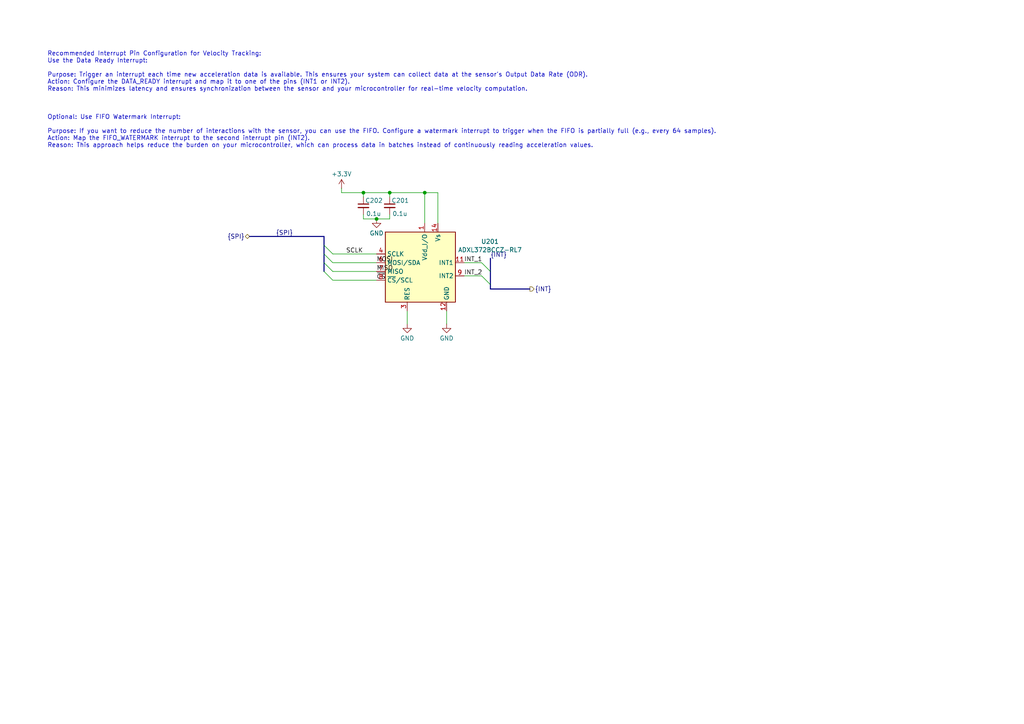
<source format=kicad_sch>
(kicad_sch (version 20231120) (generator "eeschema") (generator_version "8.0")
  (paper "A4")
  (lib_symbols
    (symbol "Device:C_Small" (pin_numbers hide) (pin_names (offset 0.254) hide)
      (property "Reference" "C" (at 0.254 1.778 0))
      (property "Value" "C_Small" (at 0.254 -2.032 0))
      (symbol "C_Small_0_1"
        (polyline (pts (xy -1.524 -0.508) (xy 1.524 -0.508)) (stroke (width 0.3302)))
        (polyline (pts (xy -1.524 0.508) (xy 1.524 0.508)) (stroke (width 0.3048)))
      )
      (symbol "C_Small_1_1"
        (pin passive line (at 0 2.54 270) (length 2.032) (name "~") (number "1"))
        (pin passive line (at 0 -2.54 90) (length 2.032) (name "~") (number "2"))
      )
    )
    (symbol "DynamicSoaring:ADXL372BCCZ-RL7"
      (property "Reference" "U" (at -8.89 11.43 0))
      (property "Value" "ADXL372BCCZ-RL7" (at -19.304 17.272 0))
      (symbol "ADXL372BCCZ-RL7_0_1"
        (rectangle (start -10.16 10.16) (end 10.16 -10.16) (stroke (width 0.254)) (fill (type background)))
      )
      (symbol "ADXL372BCCZ-RL7_1_1"
        (pin power_in line (at 1.27 12.7 270) (length 2.54) (name "Vdd_I/O") (number "1"))
        (pin passive line (at -3.81 -12.7 90) (length 2.54) hide (name "RES") (number "10"))
        (pin output line (at 12.7 1.27 180) (length 2.54) (name "INT1") (number "11"))
        (pin passive line (at 7.62 -12.7 90) (length 2.54) (name "GND") (number "12"))
        (pin passive line (at 7.62 -12.7 90) (length 2.54) hide (name "GND") (number "13"))
        (pin power_in line (at 5.08 12.7 270) (length 2.54) (name "Vs") (number "14"))
        (pin no_connect line (at 0 -11.43 90) (length 2.54) hide (name "NIC") (number "15"))
        (pin passive line (at 7.62 -12.7 90) (length 2.54) hide (name "GND") (number "16"))
        (pin no_connect line (at 0 -11.43 90) (length 2.54) hide (name "NIC") (number "2"))
        (pin passive line (at -3.81 -12.7 90) (length 2.54) (name "RES") (number "3"))
        (pin input line (at -12.7 3.81 0) (length 2.54) (name "SCLK") (number "4"))
        (pin passive line (at -3.81 -12.7 90) (length 2.54) hide (name "RES") (number "5"))
        (pin input line (at -12.7 1.27 0) (length 2.54) (name "MOSI/SDA") (number "6"))
        (pin output line (at -12.7 -1.27 0) (length 2.54) (name "MISO") (number "7"))
        (pin input line (at -12.7 -3.81 0) (length 2.54) (name "~{CS}/SCL") (number "8"))
        (pin output line (at 12.7 -2.54 180) (length 2.54) (name "INT2") (number "9"))
      )
    )
    (symbol "power:+3.3V" (power) (pin_numbers hide) (pin_names (offset 0) hide)
      (property "Value" "+3.3V" (at 0 3.556 0))
      (symbol "+3.3V_0_1"
        (polyline (pts (xy -0.762 1.27) (xy 0 2.54)))
        (polyline (pts (xy 0 0) (xy 0 2.54)))
        (polyline (pts (xy 0 2.54) (xy 0.762 1.27)))
      )
      (symbol "+3.3V_1_1"
        (pin power_in line (at 0 0 90) (length 0) (name "~") (number "1"))
      )
    )
    (symbol "power:GND" (power) (pin_numbers hide) (pin_names (offset 0) hide)
      (property "Value" "GND" (at 0 -3.81 0))
      (symbol "GND_0_1"
        (polyline (pts (xy 0 0) (xy 0 -1.27) (xy 1.27 -1.27) (xy 0 -2.54) (xy -1.27 -1.27) (xy 0 -1.27)))
      )
      (symbol "GND_1_1"
        (pin power_in line (at 0 0 270) (length 0) (name "~") (number "1"))
      )
    )
  )
  (bus_alias "INT" (members "INT_1" "INT_2"))
  (bus_alias "SPI" (members "SCLK" "MOSI" "MISO" "~{CS}"))
  (junction (at 105.41 55.88))
  (junction (at 113.03 55.88))
  (junction (at 123.19 55.88))
  (junction (at 109.22 63.5))
  (bus_entry (at 93.98 71.12) (size 2.54 2.54))
  (bus_entry (at 142.24 78.74) (size -2.54 -2.54))
  (bus_entry (at 93.98 76.2) (size 2.54 2.54))
  (bus_entry (at 93.98 78.74) (size 2.54 2.54))
  (bus_entry (at 142.24 82.55) (size -2.54 -2.54))
  (bus_entry (at 93.98 73.66) (size 2.54 2.54))
  (wire (pts (xy 127 55.88) (xy 123.19 55.88)))
  (wire (pts (xy 113.03 55.88) (xy 113.03 57.15)))
  (wire (pts (xy 96.52 78.74) (xy 109.22 78.74)))
  (wire (pts (xy 113.03 63.5) (xy 113.03 62.23)))
  (bus (pts (xy 93.98 71.12) (xy 93.98 73.66)))
  (wire (pts (xy 109.22 63.5) (xy 113.03 63.5)))
  (wire (pts (xy 134.62 80.01) (xy 139.7 80.01)))
  (bus (pts (xy 142.24 74.93) (xy 142.24 78.74)))
  (bus (pts (xy 72.39 68.58) (xy 93.98 68.58)))
  (bus (pts (xy 142.24 78.74) (xy 142.24 82.55)))
  (wire (pts (xy 96.52 81.28) (xy 109.22 81.28)))
  (wire (pts (xy 109.22 63.5) (xy 105.41 63.5)))
  (wire (pts (xy 105.41 63.5) (xy 105.41 62.23)))
  (bus (pts (xy 93.98 73.66) (xy 93.98 76.2)))
  (wire (pts (xy 127 64.77) (xy 127 55.88)))
  (wire (pts (xy 139.7 76.2) (xy 134.62 76.2)))
  (wire (pts (xy 123.19 55.88) (xy 113.03 55.88)))
  (wire (pts (xy 96.52 73.66) (xy 109.22 73.66)))
  (wire (pts (xy 123.19 55.88) (xy 123.19 64.77)))
  (wire (pts (xy 105.41 55.88) (xy 105.41 57.15)))
  (wire (pts (xy 118.11 90.17) (xy 118.11 93.98)))
  (wire (pts (xy 96.52 76.2) (xy 109.22 76.2)))
  (bus (pts (xy 93.98 68.58) (xy 93.98 71.12)))
  (bus (pts (xy 142.24 82.55) (xy 142.24 83.82)))
  (bus (pts (xy 142.24 83.82) (xy 153.67 83.82)))
  (wire (pts (xy 129.54 90.17) (xy 129.54 93.98)))
  (bus (pts (xy 93.98 76.2) (xy 93.98 78.74)))
  (wire (pts (xy 105.41 55.88) (xy 113.03 55.88)))
  (wire (pts (xy 99.06 54.61) (xy 99.06 55.88)))
  (wire (pts (xy 99.06 55.88) (xy 105.41 55.88)))
  (text "Recommended Interrupt Pin Configuration for Velocity Tracking:\nUse the Data Ready Interrupt:\n\nPurpose: Trigger an interrupt each time new acceleration data is available. This ensures your system can collect data at the sensor's Output Data Rate (ODR).\nAction: Configure the DATA_READY interrupt and map it to one of the pins (INT1 or INT2).\nReason: This minimizes latency and ensures synchronization between the sensor and your microcontroller for real-time velocity computation.\n\n\n\nOptional: Use FIFO Watermark Interrupt:\n\nPurpose: If you want to reduce the number of interactions with the sensor, you can use the FIFO. Configure a watermark interrupt to trigger when the FIFO is partially full (e.g., every 64 samples).\nAction: Map the FIFO_WATERMARK interrupt to the second interrupt pin (INT2).\nReason: This approach helps reduce the burden on your microcontroller, which can process data in batches instead of continuously reading acceleration values." (at 13.716 28.956 0) (effects (font (size 1.27 1.27)) (justify left)))
  (label "MOSI" (at 109.22 76.2 0))
  (label "MISO" (at 109.22 78.74 0))
  (label "~{CS}" (at 109.22 81.28 0))
  (label "{SPI}" (at 80.01 68.58 0))
  (label "{INT}" (at 142.24 74.93 0))
  (label "INT_2" (at 134.62 80.01 0))
  (label "INT_1" (at 134.62 76.2 0))
  (label "SCLK" (at 100.33 73.66 0))
  (hierarchical_label "{SPI}" (shape bidirectional) (at 72.39 68.58 180))
  (hierarchical_label "{INT}" (shape output) (at 153.67 83.82 0))
  (symbol (lib_id "DynamicSoaring:ADXL372BCCZ-RL7") (at 121.92 77.47 0) (unit 1)
    (property "Reference" "U201" (at 142.1153 70.055 0))
    (property "Value" "ADXL372BCCZ-RL7" (at 142.1153 72.4793 0))
  )
  (symbol (lib_id "power:GND") (at 109.22 63.5 0) (unit 1)
    (property "Reference" "#PWR0201" (effects (hide yes)))
    (property "Value" "GND" (at 109.22 67.6331 0))
    (property "Description" "Power symbol creates a global label with name \"GND\" , ground" (effects (hide yes)))
  )
  (symbol (lib_id "power:GND") (at 129.54 93.98 0) (unit 1)
    (property "Reference" "#PWR0203" (effects (hide yes)))
    (property "Value" "GND" (at 129.54 98.1131 0))
    (property "Description" "Power symbol creates a global label with name \"GND\" , ground" (effects (hide yes)))
  )
  (symbol (lib_id "power:GND") (at 118.11 93.98 0) (unit 1)
    (property "Reference" "#PWR0204" (effects (hide yes)))
    (property "Value" "GND" (at 118.11 98.1131 0))
    (property "Description" "Power symbol creates a global label with name \"GND\" , ground" (effects (hide yes)))
  )
  (symbol (lib_id "power:+3.3V") (at 99.06 54.61 0) (unit 1)
    (property "Reference" "#PWR0202" (effects (hide yes)))
    (property "Value" "+3.3V" (at 99.06 50.4769 0))
    (property "Description" "Power symbol creates a global label with name \"+3.3V\"" (effects (hide yes)))
  )
  (symbol (lib_id "Device:C_Small") (at 105.41 59.69 0) (unit 1)
    (property "Reference" "C202" (at 105.918 58.166 0) (effects (justify left)))
    (property "Value" "0.1u" (at 106.172 61.976 0) (effects (justify left)))
    (property "Description" "Unpolarized capacitor, small symbol" (effects (hide yes)))
  )
  (symbol (lib_id "Device:C_Small") (at 113.03 59.69 0) (unit 1)
    (property "Reference" "C201" (at 113.538 58.166 0) (effects (justify left)))
    (property "Value" "0.1u" (at 113.792 61.976 0) (effects (justify left)))
    (property "Description" "Unpolarized capacitor, small symbol" (effects (hide yes)))
  )
)
</source>
